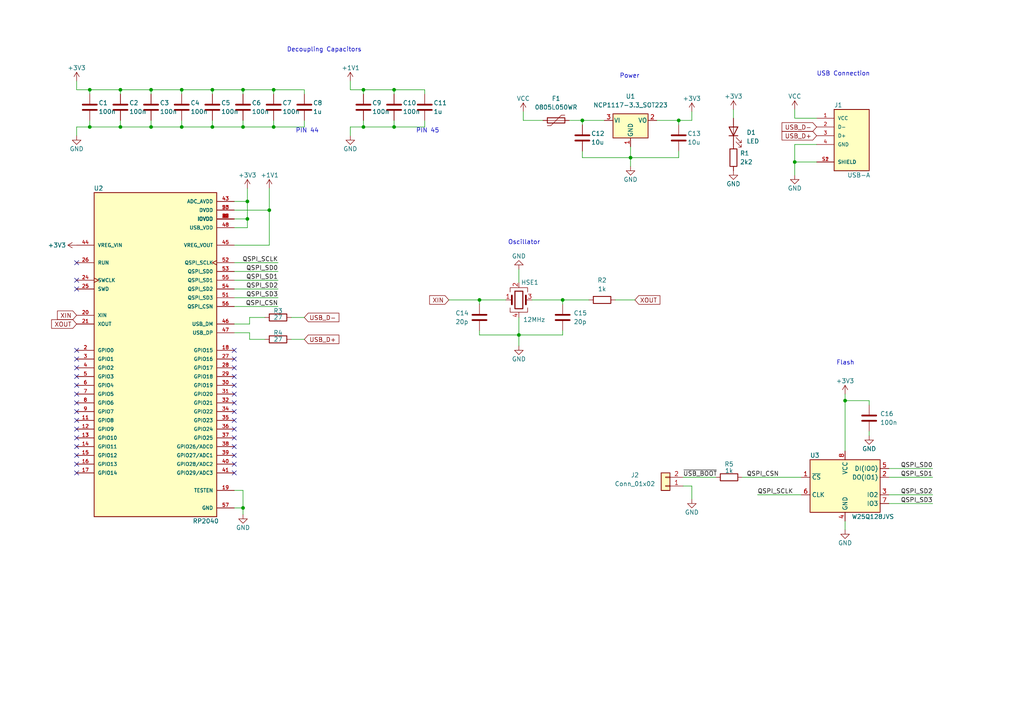
<source format=kicad_sch>
(kicad_sch (version 20211123) (generator eeschema)
  (paper "A4")
  (title_block (title "RP2040 Injector") (date "2022-08-25") (rev "REV 0.1") (comment 1 "By BSC"))
  (lib_symbols
    (symbol "48037-0001:48037-0001" (pin_names (offset 1.016))
      (property "Reference" "J" (at -5.08 8.89 0))
      (property "Value" "48037-0001" (at -5.08 -12.7 0))
      (symbol "48037-0001_0_0"
        (rectangle (start -5.08 -10.16) (end 5.08 7.62) (stroke (width 0.254)) (fill (type background)))
        (pin power_in line (at -10.16 5.08 0) (length 5.08) (name "VCC") (number "1"))
        (pin bidirectional line (at -10.16 2.54 0) (length 5.08) (name "D-") (number "2"))
        (pin bidirectional line (at -10.16 0 0) (length 5.08) (name "D+") (number "3"))
        (pin power_in line (at -10.16 -2.54 0) (length 5.08) (name "GND") (number "4"))
        (pin passive line (at -10.16 -7.62 0) (length 5.08) (name "SHIELD") (number "S1"))
        (pin passive line (at -10.16 -7.62 0) (length 5.08) (name "SHIELD") (number "S2"))
      )
    )
    (symbol "Connector_Generic:Conn_01x02" (pin_names (offset 1.016) hide)
      (property "Reference" "J" (at 0 2.54 0))
      (property "Value" "Conn_01x02" (at 0 -5.08 0))
      (symbol "Conn_01x02_1_1"
        (rectangle (start -1.27 -2.413) (end 0 -2.667) (stroke (width 0.1524)))
        (rectangle (start -1.27 0.127) (end 0 -0.127) (stroke (width 0.1524)))
        (rectangle (start -1.27 1.27) (end 1.27 -3.81) (stroke (width 0.254)) (fill (type background)))
        (pin passive line (at -5.08 0 0) (length 3.81) (name "Pin_1") (number "1"))
        (pin passive line (at -5.08 -2.54 0) (length 3.81) (name "Pin_2") (number "2"))
      )
    )
    (symbol "Device:C" (pin_numbers hide) (pin_names (offset 0.254))
      (property "Reference" "C" (at 0.635 2.54 0))
      (property "Value" "C" (at 0.635 -2.54 0))
      (symbol "C_0_1"
        (polyline (pts (xy -2.032 -0.762) (xy 2.032 -0.762)) (stroke (width 0.508)))
        (polyline (pts (xy -2.032 0.762) (xy 2.032 0.762)) (stroke (width 0.508)))
      )
      (symbol "C_1_1"
        (pin passive line (at 0 3.81 270) (length 2.794) (name "~") (number "1"))
        (pin passive line (at 0 -3.81 90) (length 2.794) (name "~") (number "2"))
      )
    )
    (symbol "Device:Crystal_GND24" (pin_names (offset 1.016) hide)
      (property "Reference" "Y" (at 3.175 5.08 0))
      (property "Value" "Crystal_GND24" (at 3.175 3.175 0))
      (symbol "Crystal_GND24_0_1"
        (rectangle (start -1.143 2.54) (end 1.143 -2.54) (stroke (width 0.3048)))
        (polyline (pts (xy -2.54 0) (xy -2.032 0)))
        (polyline (pts (xy -2.032 -1.27) (xy -2.032 1.27)) (stroke (width 0.508)))
        (polyline (pts (xy 0 -3.81) (xy 0 -3.556)))
        (polyline (pts (xy 0 3.556) (xy 0 3.81)))
        (polyline (pts (xy 2.032 -1.27) (xy 2.032 1.27)) (stroke (width 0.508)))
        (polyline (pts (xy 2.032 0) (xy 2.54 0)))
        (polyline (pts (xy -2.54 -2.286) (xy -2.54 -3.556) (xy 2.54 -3.556) (xy 2.54 -2.286)))
        (polyline (pts (xy -2.54 2.286) (xy -2.54 3.556) (xy 2.54 3.556) (xy 2.54 2.286)))
      )
      (symbol "Crystal_GND24_1_1"
        (pin passive line (at -3.81 0 0) (length 1.27) (name "1") (number "1"))
        (pin passive line (at 0 5.08 270) (length 1.27) (name "2") (number "2"))
        (pin passive line (at 3.81 0 180) (length 1.27) (name "3") (number "3"))
        (pin passive line (at 0 -5.08 90) (length 1.27) (name "4") (number "4"))
      )
    )
    (symbol "Device:LED" (pin_numbers hide) (pin_names (offset 1.016) hide)
      (property "Reference" "D" (at 0 2.54 0))
      (property "Value" "LED" (at 0 -2.54 0))
      (symbol "LED_0_1"
        (polyline (pts (xy -1.27 -1.27) (xy -1.27 1.27)) (stroke (width 0.254)))
        (polyline (pts (xy -1.27 0) (xy 1.27 0)))
        (polyline (pts (xy 1.27 -1.27) (xy 1.27 1.27) (xy -1.27 0) (xy 1.27 -1.27)) (stroke (width 0.254)))
        (polyline (pts (xy -3.048 -0.762) (xy -4.572 -2.286) (xy -3.81 -2.286) (xy -4.572 -2.286) (xy -4.572 -1.524)))
        (polyline (pts (xy -1.778 -0.762) (xy -3.302 -2.286) (xy -2.54 -2.286) (xy -3.302 -2.286) (xy -3.302 -1.524)))
      )
      (symbol "LED_1_1"
        (pin passive line (at -3.81 0 0) (length 2.54) (name "K") (number "1"))
        (pin passive line (at 3.81 0 180) (length 2.54) (name "A") (number "2"))
      )
    )
    (symbol "Device:Polyfuse" (pin_numbers hide) (pin_names (offset 0))
      (property "Reference" "F" (at -2.54 0 90))
      (property "Value" "Polyfuse" (at 2.54 0 90))
      (symbol "Polyfuse_0_1"
        (rectangle (start -0.762 2.54) (end 0.762 -2.54) (stroke (width 0.254)))
        (polyline (pts (xy 0 2.54) (xy 0 -2.54)))
        (polyline (pts (xy -1.524 2.54) (xy -1.524 1.524) (xy 1.524 -1.524) (xy 1.524 -2.54)))
      )
      (symbol "Polyfuse_1_1"
        (pin passive line (at 0 3.81 270) (length 1.27) (name "~") (number "1"))
        (pin passive line (at 0 -3.81 90) (length 1.27) (name "~") (number "2"))
      )
    )
    (symbol "Device:R" (pin_numbers hide) (pin_names (offset 0))
      (property "Reference" "R" (at 2.032 0 90))
      (property "Value" "R" (at 0 0 90))
      (symbol "R_0_1"
        (rectangle (start -1.016 -2.54) (end 1.016 2.54) (stroke (width 0.254)))
      )
      (symbol "R_1_1"
        (pin passive line (at 0 3.81 270) (length 1.27) (name "~") (number "1"))
        (pin passive line (at 0 -3.81 90) (length 1.27) (name "~") (number "2"))
      )
    )
    (symbol "Memory_Flash:W25Q128JVS"
      (property "Reference" "U" (at -8.89 8.89 0))
      (property "Value" "W25Q128JVS" (at 7.62 8.89 0))
      (symbol "W25Q128JVS_0_1"
        (rectangle (start -10.16 7.62) (end 10.16 -7.62) (stroke (width 0.254)) (fill (type background)))
      )
      (symbol "W25Q128JVS_1_1"
        (pin input line (at -12.7 2.54 0) (length 2.54) (name "~{CS}") (number "1"))
        (pin bidirectional line (at 12.7 2.54 180) (length 2.54) (name "DO(IO1)") (number "2"))
        (pin bidirectional line (at 12.7 -2.54 180) (length 2.54) (name "IO2") (number "3"))
        (pin power_in line (at 0 -10.16 90) (length 2.54) (name "GND") (number "4"))
        (pin bidirectional line (at 12.7 5.08 180) (length 2.54) (name "DI(IO0)") (number "5"))
        (pin input line (at -12.7 -2.54 0) (length 2.54) (name "CLK") (number "6"))
        (pin bidirectional line (at 12.7 -5.08 180) (length 2.54) (name "IO3") (number "7"))
        (pin power_in line (at 0 10.16 270) (length 2.54) (name "VCC") (number "8"))
      )
    )
    (symbol "RP2040:RP2040" (pin_names (offset 1.016))
      (property "Reference" "U" (at -17.78 50.8 0))
      (property "Value" "RP2040" (at -17.78 -48.26 0))
      (symbol "RP2040_0_0"
        (rectangle (start -17.78 -45.72) (end 17.78 48.26) (stroke (width 0.254)) (fill (type background)))
        (pin power_in line (at 22.86 40.64 180) (length 5.08) (name "IOVDD") (number "1"))
        (pin power_in line (at 22.86 40.64 180) (length 5.08) (name "IOVDD") (number "10"))
        (pin bidirectional line (at -22.86 -17.78 0) (length 5.08) (name "GPIO8") (number "11"))
        (pin bidirectional line (at -22.86 -20.32 0) (length 5.08) (name "GPIO9") (number "12"))
        (pin bidirectional line (at -22.86 -22.86 0) (length 5.08) (name "GPIO10") (number "13"))
        (pin bidirectional line (at -22.86 -25.4 0) (length 5.08) (name "GPIO11") (number "14"))
        (pin bidirectional line (at -22.86 -27.94 0) (length 5.08) (name "GPIO12") (number "15"))
        (pin bidirectional line (at -22.86 -30.48 0) (length 5.08) (name "GPIO13") (number "16"))
        (pin bidirectional line (at -22.86 -33.02 0) (length 5.08) (name "GPIO14") (number "17"))
        (pin bidirectional line (at 22.86 2.54 180) (length 5.08) (name "GPIO15") (number "18"))
        (pin passive line (at 22.86 -38.1 180) (length 5.08) (name "TESTEN") (number "19"))
        (pin bidirectional line (at -22.86 2.54 0) (length 5.08) (name "GPIO0") (number "2"))
        (pin input line (at -22.86 12.7 0) (length 5.08) (name "XIN") (number "20"))
        (pin output line (at -22.86 10.16 0) (length 5.08) (name "XOUT") (number "21"))
        (pin power_in line (at 22.86 40.64 180) (length 5.08) (name "IOVDD") (number "22"))
        (pin power_in line (at 22.86 43.18 180) (length 5.08) (name "DVDD") (number "23"))
        (pin input clock (at -22.86 22.86 0) (length 5.08) (name "SWCLK") (number "24"))
        (pin bidirectional line (at -22.86 20.32 0) (length 5.08) (name "SWD") (number "25"))
        (pin input line (at -22.86 27.94 0) (length 5.08) (name "RUN") (number "26"))
        (pin bidirectional line (at 22.86 0 180) (length 5.08) (name "GPIO16") (number "27"))
        (pin bidirectional line (at 22.86 -2.54 180) (length 5.08) (name "GPIO17") (number "28"))
        (pin bidirectional line (at 22.86 -5.08 180) (length 5.08) (name "GPIO18") (number "29"))
        (pin bidirectional line (at -22.86 0 0) (length 5.08) (name "GPIO1") (number "3"))
        (pin bidirectional line (at 22.86 -7.62 180) (length 5.08) (name "GPIO19") (number "30"))
        (pin bidirectional line (at 22.86 -10.16 180) (length 5.08) (name "GPIO20") (number "31"))
        (pin bidirectional line (at 22.86 -12.7 180) (length 5.08) (name "GPIO21") (number "32"))
        (pin power_in line (at 22.86 40.64 180) (length 5.08) (name "IOVDD") (number "33"))
        (pin bidirectional line (at 22.86 -15.24 180) (length 5.08) (name "GPIO22") (number "34"))
        (pin bidirectional line (at 22.86 -17.78 180) (length 5.08) (name "GPIO23") (number "35"))
        (pin bidirectional line (at 22.86 -20.32 180) (length 5.08) (name "GPIO24") (number "36"))
        (pin bidirectional line (at 22.86 -22.86 180) (length 5.08) (name "GPIO25") (number "37"))
        (pin bidirectional line (at 22.86 -25.4 180) (length 5.08) (name "GPIO26/ADC0") (number "38"))
        (pin bidirectional line (at 22.86 -27.94 180) (length 5.08) (name "GPIO27/ADC1") (number "39"))
        (pin bidirectional line (at -22.86 -2.54 0) (length 5.08) (name "GPIO2") (number "4"))
        (pin bidirectional line (at 22.86 -30.48 180) (length 5.08) (name "GPIO28/ADC2") (number "40"))
        (pin bidirectional line (at 22.86 -33.02 180) (length 5.08) (name "GPIO29/ADC3") (number "41"))
        (pin power_in line (at 22.86 40.64 180) (length 5.08) (name "IOVDD") (number "42"))
        (pin power_in line (at 22.86 45.72 180) (length 5.08) (name "ADC_AVDD") (number "43"))
        (pin input line (at -22.86 33.02 0) (length 5.08) (name "VREG_VIN") (number "44"))
        (pin output line (at 22.86 33.02 180) (length 5.08) (name "VREG_VOUT") (number "45"))
        (pin bidirectional line (at 22.86 10.16 180) (length 5.08) (name "USB_DM") (number "46"))
        (pin bidirectional line (at 22.86 7.62 180) (length 5.08) (name "USB_DP") (number "47"))
        (pin power_in line (at 22.86 38.1 180) (length 5.08) (name "USB_VDD") (number "48"))
        (pin power_in line (at 22.86 40.64 180) (length 5.08) (name "IOVDD") (number "49"))
        (pin bidirectional line (at -22.86 -5.08 0) (length 5.08) (name "GPIO3") (number "5"))
        (pin power_in line (at 22.86 43.18 180) (length 5.08) (name "DVDD") (number "50"))
        (pin bidirectional line (at 22.86 17.78 180) (length 5.08) (name "QSPI_SD3") (number "51"))
        (pin bidirectional clock (at 22.86 27.94 180) (length 5.08) (name "QSPI_SCLK") (number "52"))
        (pin bidirectional line (at 22.86 25.4 180) (length 5.08) (name "QSPI_SD0") (number "53"))
        (pin bidirectional line (at 22.86 20.32 180) (length 5.08) (name "QSPI_SD2") (number "54"))
        (pin bidirectional line (at 22.86 22.86 180) (length 5.08) (name "QSPI_SD1") (number "55"))
        (pin bidirectional line (at 22.86 15.24 180) (length 5.08) (name "QSPI_CSN") (number "56"))
        (pin power_in line (at 22.86 -43.18 180) (length 5.08) (name "GND") (number "57"))
        (pin bidirectional line (at -22.86 -7.62 0) (length 5.08) (name "GPIO4") (number "6"))
        (pin bidirectional line (at -22.86 -10.16 0) (length 5.08) (name "GPIO5") (number "7"))
        (pin bidirectional line (at -22.86 -12.7 0) (length 5.08) (name "GPIO6") (number "8"))
        (pin bidirectional line (at -22.86 -15.24 0) (length 5.08) (name "GPIO7") (number "9"))
      )
    )
    (symbol "Regulator_Linear:NCP1117-3.3_SOT223" (pin_names (offset 0.254))
      (property "Reference" "U" (at -3.81 3.175 0))
      (property "Value" "NCP1117-3.3_SOT223" (at 0 3.175 0))
      (symbol "NCP1117-3.3_SOT223_0_1"
        (rectangle (start -5.08 -5.08) (end 5.08 1.905) (stroke (width 0.254)) (fill (type background)))
      )
      (symbol "NCP1117-3.3_SOT223_1_1"
        (pin power_in line (at 0 -7.62 90) (length 2.54) (name "GND") (number "1"))
        (pin power_out line (at 7.62 0 180) (length 2.54) (name "VO") (number "2"))
        (pin power_in line (at -7.62 0 0) (length 2.54) (name "VI") (number "3"))
      )
    )
    (symbol "power:+1V1" (power) (pin_names (offset 0))
      (property "Value" "+1V1" (at 0 3.556 0))
      (symbol "+1V1_0_1"
        (polyline (pts (xy -0.762 1.27) (xy 0 2.54)))
        (polyline (pts (xy 0 0) (xy 0 2.54)))
        (polyline (pts (xy 0 2.54) (xy 0.762 1.27)))
      )
      (symbol "+1V1_1_1"
        (pin power_in line (at 0 0 90) (length 0) hide (name "+1V1") (number "1"))
      )
    )
    (symbol "power:+3V3" (power) (pin_names (offset 0))
      (property "Value" "+3V3" (at 0 3.556 0))
      (symbol "+3V3_0_1"
        (polyline (pts (xy -0.762 1.27) (xy 0 2.54)))
        (polyline (pts (xy 0 0) (xy 0 2.54)))
        (polyline (pts (xy 0 2.54) (xy 0.762 1.27)))
      )
      (symbol "+3V3_1_1"
        (pin power_in line (at 0 0 90) (length 0) hide (name "+3V3") (number "1"))
      )
    )
    (symbol "power:GND" (power) (pin_names (offset 0))
      (property "Value" "GND" (at 0 -3.81 0))
      (symbol "GND_0_1"
        (polyline (pts (xy 0 0) (xy 0 -1.27) (xy 1.27 -1.27) (xy 0 -2.54) (xy -1.27 -1.27) (xy 0 -1.27)))
      )
      (symbol "GND_1_1"
        (pin power_in line (at 0 0 270) (length 0) hide (name "GND") (number "1"))
      )
    )
    (symbol "power:VCC" (power) (pin_names (offset 0))
      (property "Value" "VCC" (at 0 3.81 0))
      (symbol "VCC_0_1"
        (polyline (pts (xy -0.762 1.27) (xy 0 2.54)))
        (polyline (pts (xy 0 0) (xy 0 2.54)))
        (polyline (pts (xy 0 2.54) (xy 0.762 1.27)))
      )
      (symbol "VCC_1_1"
        (pin power_in line (at 0 0 90) (length 0) hide (name "VCC") (number "1"))
      )
    )
  )
  (junction (at 105.41 36.83))
  (junction (at 182.88 45.72))
  (junction (at 150.495 97.155))
  (junction (at 26.035 36.83))
  (junction (at 168.91 34.925))
  (junction (at 52.705 26.035))
  (junction (at 139.065 86.995))
  (junction (at 230.505 46.99))
  (junction (at 61.595 36.83))
  (junction (at 78.105 60.96))
  (junction (at 70.485 147.32))
  (junction (at 70.485 26.035))
  (junction (at 114.3 26.035))
  (junction (at 61.595 26.035))
  (junction (at 43.815 36.83))
  (junction (at 79.375 36.83))
  (junction (at 114.3 36.83))
  (junction (at 163.195 86.995))
  (junction (at 26.035 26.035))
  (junction (at 196.85 34.925))
  (junction (at 105.41 26.035))
  (junction (at 52.705 36.83))
  (junction (at 34.925 36.83))
  (junction (at 71.755 58.42))
  (junction (at 71.755 63.5))
  (junction (at 79.375 26.035))
  (junction (at 245.11 116.205))
  (junction (at 34.925 26.035))
  (junction (at 70.485 36.83))
  (junction (at 43.815 26.035))
  (no_connect (at 22.225 124.46))
  (no_connect (at 67.945 111.76))
  (no_connect (at 22.225 111.76))
  (no_connect (at 67.945 101.6))
  (no_connect (at 22.225 134.62))
  (no_connect (at 67.945 121.92))
  (no_connect (at 67.945 127))
  (no_connect (at 67.945 114.3))
  (no_connect (at 67.945 137.16))
  (no_connect (at 67.945 124.46))
  (no_connect (at 22.225 127))
  (no_connect (at 67.945 132.08))
  (no_connect (at 22.225 121.92))
  (no_connect (at 67.945 109.22))
  (no_connect (at 67.945 106.68))
  (no_connect (at 22.225 116.84))
  (no_connect (at 22.225 132.08))
  (no_connect (at 22.225 83.82))
  (no_connect (at 67.945 104.14))
  (no_connect (at 67.945 129.54))
  (no_connect (at 67.945 116.84))
  (no_connect (at 22.225 119.38))
  (no_connect (at 22.225 137.16))
  (no_connect (at 22.225 114.3))
  (no_connect (at 22.225 81.28))
  (no_connect (at 67.945 119.38))
  (no_connect (at 22.225 106.68))
  (no_connect (at 22.225 101.6))
  (no_connect (at 67.945 134.62))
  (no_connect (at 22.225 76.2))
  (no_connect (at 22.225 109.22))
  (no_connect (at 22.225 129.54))
  (no_connect (at 22.225 104.14))
  (wire (pts (xy 26.035 36.83) (xy 26.035 34.925)))
  (wire (pts (xy 168.91 43.815) (xy 168.91 45.72)))
  (wire (pts (xy 70.485 147.32) (xy 70.485 149.225)))
  (wire (pts (xy 151.765 34.925) (xy 151.765 32.385)))
  (wire (pts (xy 245.11 153.67) (xy 245.11 151.13)))
  (wire (pts (xy 139.065 97.155) (xy 150.495 97.155)))
  (wire (pts (xy 163.195 95.885) (xy 163.195 97.155)))
  (wire (pts (xy 52.705 26.035) (xy 61.595 26.035)))
  (wire (pts (xy 230.505 34.29) (xy 236.855 34.29)))
  (wire (pts (xy 43.815 26.035) (xy 43.815 27.305)))
  (wire (pts (xy 61.595 36.83) (xy 61.595 34.925)))
  (wire (pts (xy 84.455 98.425) (xy 88.265 98.425)))
  (wire (pts (xy 130.175 86.995) (xy 139.065 86.995)))
  (wire (pts (xy 67.945 142.24) (xy 70.485 142.24)))
  (wire (pts (xy 67.945 71.12) (xy 78.105 71.12)))
  (wire (pts (xy 43.815 36.83) (xy 43.815 34.925)))
  (wire (pts (xy 105.41 26.035) (xy 114.3 26.035)))
  (wire (pts (xy 257.81 146.05) (xy 270.51 146.05)))
  (wire (pts (xy 72.39 98.425) (xy 76.835 98.425)))
  (wire (pts (xy 200.66 34.925) (xy 196.85 34.925)))
  (wire (pts (xy 139.065 86.995) (xy 139.065 88.265)))
  (wire (pts (xy 163.195 97.155) (xy 150.495 97.155)))
  (wire (pts (xy 70.485 26.035) (xy 70.485 27.305)))
  (wire (pts (xy 257.81 138.43) (xy 270.51 138.43)))
  (wire (pts (xy 114.3 34.925) (xy 114.3 36.83)))
  (wire (pts (xy 154.305 86.995) (xy 163.195 86.995)))
  (wire (pts (xy 150.495 97.155) (xy 150.495 100.33)))
  (wire (pts (xy 67.945 96.52) (xy 72.39 96.52)))
  (wire (pts (xy 182.88 45.72) (xy 196.85 45.72)))
  (wire (pts (xy 34.925 36.83) (xy 43.815 36.83)))
  (wire (pts (xy 139.065 86.995) (xy 146.685 86.995)))
  (wire (pts (xy 61.595 26.035) (xy 70.485 26.035)))
  (wire (pts (xy 61.595 26.035) (xy 61.595 27.305)))
  (wire (pts (xy 196.85 43.815) (xy 196.85 45.72)))
  (wire (pts (xy 52.705 34.925) (xy 52.705 36.83)))
  (wire (pts (xy 26.035 36.83) (xy 34.925 36.83)))
  (wire (pts (xy 178.435 86.995) (xy 184.15 86.995)))
  (wire (pts (xy 236.855 46.99) (xy 230.505 46.99)))
  (wire (pts (xy 43.815 36.83) (xy 52.705 36.83)))
  (wire (pts (xy 230.505 34.29) (xy 230.505 31.75)))
  (wire (pts (xy 101.6 26.035) (xy 101.6 23.495)))
  (wire (pts (xy 34.925 26.035) (xy 43.815 26.035)))
  (wire (pts (xy 200.66 32.385) (xy 200.66 34.925)))
  (wire (pts (xy 151.765 34.925) (xy 157.48 34.925)))
  (wire (pts (xy 34.925 34.925) (xy 34.925 36.83)))
  (wire (pts (xy 212.725 31.75) (xy 212.725 34.29)))
  (wire (pts (xy 78.105 60.96) (xy 78.105 71.12)))
  (wire (pts (xy 105.41 26.035) (xy 105.41 27.305)))
  (wire (pts (xy 252.095 125.095) (xy 252.095 126.365)))
  (wire (pts (xy 22.225 26.035) (xy 26.035 26.035)))
  (wire (pts (xy 72.39 96.52) (xy 72.39 98.425)))
  (wire (pts (xy 114.3 26.035) (xy 123.19 26.035)))
  (wire (pts (xy 67.945 81.28) (xy 80.645 81.28)))
  (wire (pts (xy 67.945 60.96) (xy 78.105 60.96)))
  (wire (pts (xy 70.485 36.83) (xy 79.375 36.83)))
  (wire (pts (xy 70.485 142.24) (xy 70.485 147.32)))
  (wire (pts (xy 79.375 34.925) (xy 79.375 36.83)))
  (wire (pts (xy 79.375 26.035) (xy 79.375 27.305)))
  (wire (pts (xy 22.225 39.37) (xy 22.225 36.83)))
  (wire (pts (xy 168.91 34.925) (xy 168.91 36.195)))
  (wire (pts (xy 123.19 36.83) (xy 123.19 34.925)))
  (wire (pts (xy 43.815 26.035) (xy 52.705 26.035)))
  (wire (pts (xy 198.12 138.43) (xy 207.645 138.43)))
  (wire (pts (xy 70.485 147.32) (xy 67.945 147.32)))
  (wire (pts (xy 163.195 86.995) (xy 170.815 86.995)))
  (wire (pts (xy 182.88 42.545) (xy 182.88 45.72)))
  (wire (pts (xy 78.105 54.61) (xy 78.105 60.96)))
  (wire (pts (xy 101.6 36.83) (xy 105.41 36.83)))
  (wire (pts (xy 182.88 45.72) (xy 168.91 45.72)))
  (wire (pts (xy 252.095 116.205) (xy 245.11 116.205)))
  (wire (pts (xy 245.11 116.205) (xy 245.11 114.3)))
  (wire (pts (xy 168.91 34.925) (xy 175.26 34.925)))
  (wire (pts (xy 22.225 36.83) (xy 26.035 36.83)))
  (wire (pts (xy 230.505 46.99) (xy 230.505 50.8)))
  (wire (pts (xy 84.455 92.075) (xy 88.265 92.075)))
  (wire (pts (xy 123.19 26.035) (xy 123.19 27.305)))
  (wire (pts (xy 163.195 86.995) (xy 163.195 88.265)))
  (wire (pts (xy 67.945 83.82) (xy 80.645 83.82)))
  (wire (pts (xy 105.41 36.83) (xy 105.41 34.925)))
  (wire (pts (xy 79.375 36.83) (xy 88.265 36.83)))
  (wire (pts (xy 236.855 41.91) (xy 230.505 41.91)))
  (wire (pts (xy 70.485 26.035) (xy 79.375 26.035)))
  (wire (pts (xy 67.945 86.36) (xy 80.645 86.36)))
  (wire (pts (xy 34.925 26.035) (xy 34.925 27.305)))
  (wire (pts (xy 71.755 63.5) (xy 71.755 66.04)))
  (wire (pts (xy 67.945 88.9) (xy 80.645 88.9)))
  (wire (pts (xy 139.065 95.885) (xy 139.065 97.155)))
  (wire (pts (xy 67.945 76.2) (xy 80.645 76.2)))
  (wire (pts (xy 26.035 26.035) (xy 34.925 26.035)))
  (wire (pts (xy 182.88 45.72) (xy 182.88 48.26)))
  (wire (pts (xy 200.66 140.97) (xy 200.66 144.78)))
  (wire (pts (xy 67.945 63.5) (xy 71.755 63.5)))
  (wire (pts (xy 101.6 39.37) (xy 101.6 36.83)))
  (wire (pts (xy 215.265 138.43) (xy 232.41 138.43)))
  (wire (pts (xy 72.39 92.075) (xy 76.835 92.075)))
  (wire (pts (xy 88.265 26.035) (xy 88.265 27.305)))
  (wire (pts (xy 252.095 117.475) (xy 252.095 116.205)))
  (wire (pts (xy 79.375 26.035) (xy 88.265 26.035)))
  (wire (pts (xy 26.035 26.035) (xy 26.035 27.305)))
  (wire (pts (xy 71.755 58.42) (xy 67.945 58.42)))
  (wire (pts (xy 198.12 140.97) (xy 200.66 140.97)))
  (wire (pts (xy 165.1 34.925) (xy 168.91 34.925)))
  (wire (pts (xy 67.945 66.04) (xy 71.755 66.04)))
  (wire (pts (xy 105.41 36.83) (xy 114.3 36.83)))
  (wire (pts (xy 196.85 34.925) (xy 196.85 36.195)))
  (wire (pts (xy 88.265 34.925) (xy 88.265 36.83)))
  (wire (pts (xy 67.945 93.98) (xy 72.39 93.98)))
  (wire (pts (xy 257.81 135.89) (xy 270.51 135.89)))
  (wire (pts (xy 70.485 34.925) (xy 70.485 36.83)))
  (wire (pts (xy 61.595 36.83) (xy 70.485 36.83)))
  (wire (pts (xy 72.39 93.98) (xy 72.39 92.075)))
  (wire (pts (xy 190.5 34.925) (xy 196.85 34.925)))
  (wire (pts (xy 52.705 36.83) (xy 61.595 36.83)))
  (wire (pts (xy 67.945 78.74) (xy 80.645 78.74)))
  (wire (pts (xy 230.505 41.91) (xy 230.505 46.99)))
  (wire (pts (xy 245.11 116.205) (xy 245.11 130.81)))
  (wire (pts (xy 150.495 81.915) (xy 150.495 78.105)))
  (wire (pts (xy 114.3 26.035) (xy 114.3 27.305)))
  (wire (pts (xy 52.705 26.035) (xy 52.705 27.305)))
  (wire (pts (xy 71.755 58.42) (xy 71.755 63.5)))
  (wire (pts (xy 150.495 97.155) (xy 150.495 92.075)))
  (wire (pts (xy 22.225 26.035) (xy 22.225 23.495)))
  (wire (pts (xy 219.71 143.51) (xy 232.41 143.51)))
  (wire (pts (xy 114.3 36.83) (xy 123.19 36.83)))
  (wire (pts (xy 101.6 26.035) (xy 105.41 26.035)))
  (wire (pts (xy 71.755 54.61) (xy 71.755 58.42)))
  (wire (pts (xy 257.81 143.51) (xy 270.51 143.51)))
  (text "PIN 45\n" (at 120.65 38.735 0) (effects (font (size 1.27 1.27)) (justify left bottom)))
  (text "Oscillator" (at 147.32 71.12 0) (effects (font (size 1.27 1.27)) (justify left bottom)))
  (text "PIN 44\n" (at 85.725 38.735 0) (effects (font (size 1.27 1.27)) (justify left bottom)))
  (text "Decoupling Capacitors" (at 83.185 15.24 0) (effects (font (size 1.27 1.27)) (justify left bottom)))
  (text "Flash " (at 242.57 106.045 0) (effects (font (size 1.27 1.27)) (justify left bottom)))
  (text "Power\n" (at 179.705 22.86 0) (effects (font (size 1.27 1.27)) (justify left bottom)))
  (text "USB Connection\n" (at 236.855 22.225 0) (effects (font (size 1.27 1.27)) (justify left bottom)))
  (label "QSPI_CSN" (at 216.535 138.43 0))
  (label "QSPI_SCLK" (at 219.71 143.51 0))
  (label "QSPI_SD2" (at 270.51 143.51 180))
  (label "QSPI_SD1" (at 80.645 81.28 180))
  (label "QSPI_SD2" (at 80.645 83.82 180))
  (label "QSPI_SD0" (at 270.51 135.89 180))
  (label "QSPI_SD0" (at 80.645 78.74 180))
  (label "QSPI_SD3" (at 270.51 146.05 180))
  (label "~{USB_BOOT}" (at 198.12 138.43 0))
  (label "QSPI_CSN" (at 80.645 88.9 180))
  (label "QSPI_SD1" (at 270.51 138.43 180))
  (label "QSPI_SD3" (at 80.645 86.36 180))
  (label "QSPI_SCLK" (at 80.645 76.2 180))
  (global_label "USB_D-" (shape input) (at 88.265 92.075 0) (property "Intersheet References" "${INTERSHEET_REFS}" (effects hide)))
  (global_label "USB_D-" (shape input) (at 236.855 36.83 180) (property "Intersheet References" "${INTERSHEET_REFS}" (effects hide)))
  (global_label "USB_D+" (shape input) (at 88.265 98.425 0) (property "Intersheet References" "${INTERSHEET_REFS}" (effects hide)))
  (global_label "XIN" (shape input) (at 130.175 86.995 180) (property "Intersheet References" "${INTERSHEET_REFS}" (effects hide)))
  (global_label "XOUT" (shape input) (at 184.15 86.995 0) (property "Intersheet References" "${INTERSHEET_REFS}" (effects hide)))
  (global_label "XOUT" (shape input) (at 22.225 93.98 180) (property "Intersheet References" "${INTERSHEET_REFS}" (effects hide)))
  (global_label "USB_D+" (shape input) (at 236.855 39.37 180) (property "Intersheet References" "${INTERSHEET_REFS}" (effects hide)))
  (global_label "XIN" (shape input) (at 22.225 91.44 180) (property "Intersheet References" "${INTERSHEET_REFS}" (effects hide)))
  (symbol (lib_id "power:GND") (at 252.095 126.365 0) (unit 1)
    (property "Reference" "#PWR016" (effects hide))
    (property "Value" "GND" (at 252.095 130.175 0))
  )
  (symbol (lib_id "power:+1V1") (at 101.6 23.495 0) (unit 1)
    (property "Reference" "#PWR02" (effects hide))
    (property "Value" "+1V1" (at 99.06 19.685 0) (effects (justify left)))
  )
  (symbol (lib_id "Regulator_Linear:NCP1117-3.3_SOT223") (at 182.88 34.925 0) (unit 1)
    (property "Reference" "U1" (at 182.88 27.94 0))
    (property "Value" "NCP1117-3.3_SOT223" (at 182.88 30.48 0))
    (property "Footprint" "Package_TO_SOT_SMD:SOT-223-3_TabPin2" (effects hide))
    (property "Datasheet" "http://www.onsemi.com/pub_link/Collateral/NCP1117-D.PDF" (effects hide))
  )
  (symbol (lib_id "Device:C") (at 123.19 31.115 0) (unit 1)
    (property "Reference" "C11" (at 125.73 29.845 0) (effects (justify left)))
    (property "Value" "1u" (at 125.73 32.385 0) (effects (justify left)))
    (property "Footprint" "Capacitor_SMD:C_0402_1005Metric" (effects hide))
  )
  (symbol (lib_id "power:GND") (at 230.505 50.8 0) (unit 1)
    (property "Reference" "#PWR09" (effects hide))
    (property "Value" "GND" (at 230.505 54.61 0))
  )
  (symbol (lib_id "power:+3V3") (at 245.11 114.3 0) (unit 1)
    (property "Reference" "#PWR015" (effects hide))
    (property "Value" "+3V3" (at 245.11 110.49 0))
  )
  (symbol (lib_id "power:GND") (at 101.6 39.37 0) (unit 1)
    (property "Reference" "#PWR07" (effects hide))
    (property "Value" "GND" (at 101.6 43.18 0))
  )
  (symbol (lib_id "power:+3V3") (at 200.66 32.385 0) (unit 1)
    (property "Reference" "#PWR05" (effects hide))
    (property "Value" "+3V3" (at 200.66 28.575 0))
  )
  (symbol (lib_id "Device:C") (at 34.925 31.115 0) (unit 1)
    (property "Reference" "C2" (at 37.465 29.845 0) (effects (justify left)))
    (property "Value" "100n" (at 37.465 32.385 0) (effects (justify left)))
    (property "Footprint" "Capacitor_SMD:C_0402_1005Metric" (effects hide))
  )
  (symbol (lib_id "power:VCC") (at 230.505 31.75 0) (unit 1)
    (property "Reference" "#PWR03" (effects hide))
    (property "Value" "VCC" (at 230.505 27.94 0))
  )
  (symbol (lib_id "power:GND") (at 70.485 149.225 0) (unit 1)
    (property "Reference" "#PWR018" (effects hide))
    (property "Value" "GND" (at 70.485 153.035 0))
  )
  (symbol (lib_id "Device:Polyfuse") (at 161.29 34.925 90) (unit 1)
    (property "Reference" "F1" (at 161.29 28.575 90))
    (property "Value" "0805L050WR" (at 161.29 31.115 90))
    (property "Footprint" "Fuse:Fuse_0805_2012Metric" (effects hide))
  )
  (symbol (lib_id "Device:C") (at 79.375 31.115 0) (unit 1)
    (property "Reference" "C7" (at 81.915 29.845 0) (effects (justify left)))
    (property "Value" "100n" (at 81.915 32.385 0) (effects (justify left)))
    (property "Footprint" "Capacitor_SMD:C_0402_1005Metric" (effects hide))
  )
  (symbol (lib_id "Device:C") (at 168.91 40.005 0) (unit 1)
    (property "Reference" "C12" (at 171.45 38.735 0) (effects (justify left)))
    (property "Value" "10u" (at 171.45 41.275 0) (effects (justify left)))
    (property "Footprint" "Capacitor_SMD:C_0805_2012Metric" (effects hide))
  )
  (symbol (lib_id "Device:C") (at 252.095 121.285 0) (unit 1)
    (property "Reference" "C16" (at 255.27 120.0149 0) (effects (justify left)))
    (property "Value" "100n" (at 255.27 122.5549 0) (effects (justify left)))
    (property "Footprint" "Capacitor_SMD:C_0402_1005Metric" (effects hide))
  )
  (symbol (lib_id "power:+1V1") (at 78.105 54.61 0) (unit 1)
    (property "Reference" "#PWR011" (effects hide))
    (property "Value" "+1V1" (at 75.565 50.8 0) (effects (justify left)))
  )
  (symbol (lib_id "power:+3V3") (at 71.755 54.61 0) (unit 1)
    (property "Reference" "#PWR010" (effects hide))
    (property "Value" "+3V3" (at 71.755 50.8 0))
  )
  (symbol (lib_id "power:GND") (at 245.11 153.67 0) (unit 1)
    (property "Reference" "#PWR019" (effects hide))
    (property "Value" "GND" (at 245.11 157.48 0))
  )
  (symbol (lib_id "Memory_Flash:W25Q128JVS") (at 245.11 140.97 0) (unit 1)
    (property "Reference" "U3" (at 234.95 132.08 0) (effects (justify left)))
    (property "Value" "W25Q128JVS" (at 247.015 149.86 0) (effects (justify left)))
    (property "Footprint" "Package_SO:SOIC-8_5.23x5.23mm_P1.27mm" (effects hide))
    (property "Datasheet" "http://www.winbond.com/resource-files/w25q128jv_dtr%20revc%2003272018%20plus.pdf" (effects hide))
  )
  (symbol (lib_id "Device:C") (at 163.195 92.075 0) (unit 1)
    (property "Reference" "C15" (at 166.37 90.8049 0) (effects (justify left)))
    (property "Value" "20p" (at 166.37 93.3449 0) (effects (justify left)))
    (property "Footprint" "Capacitor_SMD:C_0402_1005Metric" (effects hide))
  )
  (symbol (lib_id "Device:R") (at 211.455 138.43 90) (unit 1)
    (property "Reference" "R5" (at 211.455 134.62 90))
    (property "Value" "1k" (at 211.455 136.525 90))
    (property "Footprint" "Resistor_SMD:R_0402_1005Metric" (effects hide))
  )
  (symbol (lib_id "Device:R") (at 80.645 92.075 270) (unit 1)
    (property "Reference" "R3" (at 80.645 90.17 90))
    (property "Value" "27" (at 80.645 92.075 90))
    (property "Footprint" "Resistor_SMD:R_0402_1005Metric" (effects hide))
  )
  (symbol (lib_id "Device:R") (at 80.645 98.425 270) (unit 1)
    (property "Reference" "R4" (at 80.645 96.52 90))
    (property "Value" "27" (at 80.645 98.425 90))
    (property "Footprint" "Resistor_SMD:R_0402_1005Metric" (effects hide))
  )
  (symbol (lib_id "Device:C") (at 26.035 31.115 0) (unit 1)
    (property "Reference" "C1" (at 28.575 29.845 0) (effects (justify left)))
    (property "Value" "100n" (at 28.575 32.385 0) (effects (justify left)))
    (property "Footprint" "Capacitor_SMD:C_0402_1005Metric" (effects hide))
  )
  (symbol (lib_id "Device:C") (at 114.3 31.115 0) (unit 1)
    (property "Reference" "C10" (at 116.84 29.845 0) (effects (justify left)))
    (property "Value" "100n" (at 116.84 32.385 0) (effects (justify left)))
    (property "Footprint" "Capacitor_SMD:C_0402_1005Metric" (effects hide))
  )
  (symbol (lib_id "power:GND") (at 150.495 100.33 0) (unit 1)
    (property "Reference" "#PWR014" (effects hide))
    (property "Value" "GND" (at 150.495 104.14 0))
  )
  (symbol (lib_id "power:GND") (at 200.66 144.78 0) (unit 1)
    (property "Reference" "#PWR017" (effects hide))
    (property "Value" "GND" (at 200.66 148.59 0))
  )
  (symbol (lib_id "Device:C") (at 61.595 31.115 0) (unit 1)
    (property "Reference" "C5" (at 64.135 29.845 0) (effects (justify left)))
    (property "Value" "100n" (at 64.135 32.385 0) (effects (justify left)))
    (property "Footprint" "Capacitor_SMD:C_0402_1005Metric" (effects hide))
  )
  (symbol (lib_id "power:+3V3") (at 22.225 23.495 0) (unit 1)
    (property "Reference" "#PWR01" (effects hide))
    (property "Value" "+3V3" (at 22.225 19.685 0))
  )
  (symbol (lib_id "power:GND") (at 22.225 39.37 0) (unit 1)
    (property "Reference" "#PWR06" (effects hide))
    (property "Value" "GND" (at 22.225 43.18 0))
  )
  (symbol (lib_id "Device:C") (at 43.815 31.115 0) (unit 1)
    (property "Reference" "C3" (at 46.355 29.845 0) (effects (justify left)))
    (property "Value" "100n" (at 46.355 32.385 0) (effects (justify left)))
    (property "Footprint" "Capacitor_SMD:C_0402_1005Metric" (effects hide))
  )
  (symbol (lib_id "Device:C") (at 88.265 31.115 0) (unit 1)
    (property "Reference" "C8" (at 90.805 29.845 0) (effects (justify left)))
    (property "Value" "1u" (at 90.805 32.385 0) (effects (justify left)))
    (property "Footprint" "Capacitor_SMD:C_0402_1005Metric" (effects hide))
  )
  (symbol (lib_id "Device:C") (at 105.41 31.115 0) (unit 1)
    (property "Reference" "C9" (at 107.95 29.845 0) (effects (justify left)))
    (property "Value" "100n" (at 107.95 32.385 0) (effects (justify left)))
    (property "Footprint" "Capacitor_SMD:C_0402_1005Metric" (effects hide))
  )
  (symbol (lib_id "Device:LED") (at 212.725 38.1 90) (unit 1)
    (property "Reference" "D1" (at 216.535 38.4174 90) (effects (justify right)))
    (property "Value" "LED" (at 216.535 40.9574 90) (effects (justify right)))
    (property "Footprint" "LED_SMD:LED_0603_1608Metric" (effects hide))
  )
  (symbol (lib_id "RP2040:RP2040") (at 45.085 104.14 0) (unit 1)
    (property "Reference" "U2" (at 28.575 54.61 0))
    (property "Value" "RP2040" (at 59.69 151.13 0))
    (property "Footprint" "RP2040:QFN40P700X700X90-57N" (effects hide))
    (property "MANUFACTURER" "Raspberry Pi" (effects hide))
    (property "MAXIMUM_PACKAGE_HEIGHT" "0.9 mm" (effects hide))
    (property "STANDARD" "IPC 7351B" (effects hide))
    (property "PARTREV" "1.6.1" (effects hide))
  )
  (symbol (lib_id "Device:C") (at 139.065 92.075 0) (unit 1)
    (property "Reference" "C14" (at 132.08 90.805 0) (effects (justify left)))
    (property "Value" "20p" (at 132.08 93.345 0) (effects (justify left)))
    (property "Footprint" "Capacitor_SMD:C_0402_1005Metric" (effects hide))
  )
  (symbol (lib_id "power:+3V3") (at 212.725 31.75 0) (unit 1)
    (property "Reference" "#PWR0101" (effects hide))
    (property "Value" "+3V3" (at 212.725 27.94 0))
  )
  (symbol (lib_id "Device:C") (at 196.85 40.005 0) (unit 1)
    (property "Reference" "C13" (at 199.39 38.735 0) (effects (justify left)))
    (property "Value" "10u" (at 199.39 41.275 0) (effects (justify left)))
    (property "Footprint" "Capacitor_SMD:C_0805_2012Metric" (effects hide))
  )
  (symbol (lib_id "Device:R") (at 212.725 45.72 0) (unit 1)
    (property "Reference" "R1" (at 214.63 44.4499 0) (effects (justify left)))
    (property "Value" "2k2" (at 214.63 46.9899 0) (effects (justify left)))
    (property "Footprint" "Resistor_SMD:R_0402_1005Metric" (effects hide))
  )
  (symbol (lib_id "Device:R") (at 174.625 86.995 90) (unit 1)
    (property "Reference" "R2" (at 174.625 81.28 90))
    (property "Value" "1k" (at 174.625 83.82 90))
    (property "Footprint" "Resistor_SMD:R_0402_1005Metric" (effects hide))
  )
  (symbol (lib_id "power:+3V3") (at 22.225 71.12 90) (unit 1)
    (property "Reference" "#PWR012" (effects hide))
    (property "Value" "+3V3" (at 16.51 71.12 90))
  )
  (symbol (lib_id "Connector_Generic:Conn_01x02") (at 193.04 140.97 180) (unit 1)
    (property "Reference" "J2" (at 184.15 137.795 0))
    (property "Value" "Conn_01x02" (at 184.15 140.335 0))
    (property "Footprint" "Connector_PinHeader_2.00mm:PinHeader_1x02_P2.00mm_Vertical" (effects hide))
  )
  (symbol (lib_id "Device:C") (at 70.485 31.115 0) (unit 1)
    (property "Reference" "C6" (at 73.025 29.845 0) (effects (justify left)))
    (property "Value" "100n" (at 73.025 32.385 0) (effects (justify left)))
    (property "Footprint" "Capacitor_SMD:C_0402_1005Metric" (effects hide))
  )
  (symbol (lib_id "48037-0001:48037-0001") (at 247.015 39.37 0) (unit 1)
    (property "Reference" "J1" (at 241.935 30.48 0) (effects (justify left)))
    (property "Value" "USB-A" (at 245.745 50.8 0) (effects (justify left)))
    (property "Footprint" "MOLEX_48037-0001:MOLEX_48037-0001" (effects hide))
    (property "MANUFACTURER" "Molex" (effects hide))
    (property "MAXIMUM_PACKAGE_HEIGHT" "4.6mm" (effects hide))
    (property "STANDARD" "Manufacturer Recommendations" (effects hide))
    (property "PARTREV" "D" (effects hide))
  )
  (symbol (lib_id "power:GND") (at 212.725 49.53 0) (unit 1)
    (property "Reference" "#PWR0102" (effects hide))
    (property "Value" "GND" (at 212.725 53.34 0))
  )
  (symbol (lib_id "power:GND") (at 182.88 48.26 0) (unit 1)
    (property "Reference" "#PWR08" (effects hide))
    (property "Value" "GND" (at 182.88 52.07 0))
  )
  (symbol (lib_id "power:GND") (at 150.495 78.105 180) (unit 1)
    (property "Reference" "#PWR013" (effects hide))
    (property "Value" "GND" (at 150.495 74.295 0))
  )
  (symbol (lib_id "power:VCC") (at 151.765 32.385 0) (unit 1)
    (property "Reference" "#PWR04" (effects hide))
    (property "Value" "VCC" (at 151.765 28.575 0))
  )
  (symbol (lib_id "Device:Crystal_GND24") (at 150.495 86.995 0) (unit 1)
    (property "Reference" "HSE1" (at 153.67 81.915 0))
    (property "Value" "12MHz" (at 154.94 92.71 0))
    (property "Footprint" "Crystal:Crystal_SMD_SeikoEpson_FA238-4Pin_3.2x2.5mm" (effects hide))
  )
  (symbol (lib_id "Device:C") (at 52.705 31.115 0) (unit 1)
    (property "Reference" "C4" (at 55.245 29.845 0) (effects (justify left)))
    (property "Value" "100n" (at 55.245 32.385 0) (effects (justify left)))
    (property "Footprint" "Capacitor_SMD:C_0402_1005Metric" (effects hide))
  )
)
</source>
